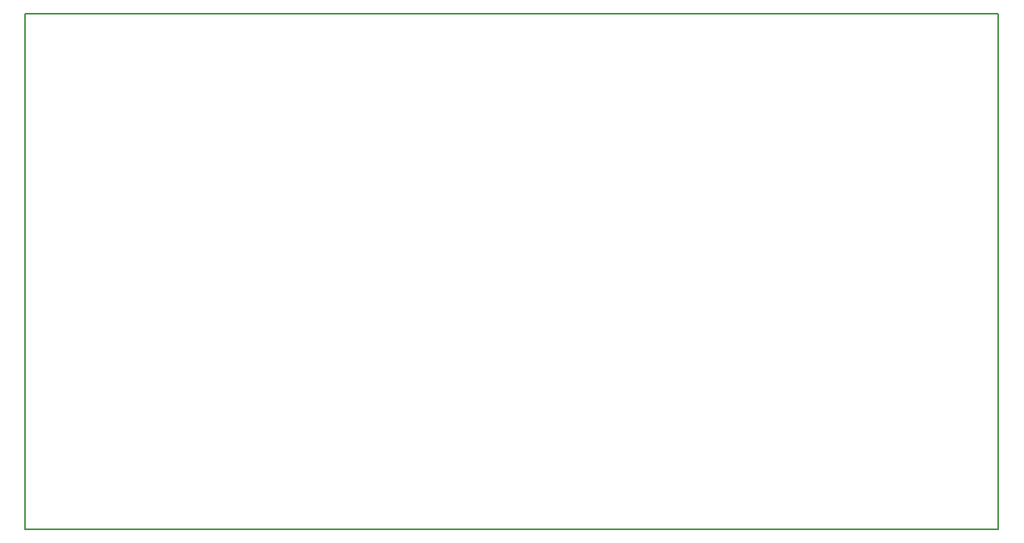
<source format=gm1>
G04 MADE WITH FRITZING*
G04 WWW.FRITZING.ORG*
G04 DOUBLE SIDED*
G04 HOLES PLATED*
G04 CONTOUR ON CENTER OF CONTOUR VECTOR*
%ASAXBY*%
%FSLAX23Y23*%
%MOIN*%
%OFA0B0*%
%SFA1.0B1.0*%
%ADD10R,4.028310X2.135780*%
%ADD11C,0.008000*%
%ADD10C,0.008*%
%LNCONTOUR*%
G90*
G70*
G54D10*
G54D11*
X4Y2132D02*
X4024Y2132D01*
X4024Y4D01*
X4Y4D01*
X4Y2132D01*
D02*
G04 End of contour*
M02*
</source>
